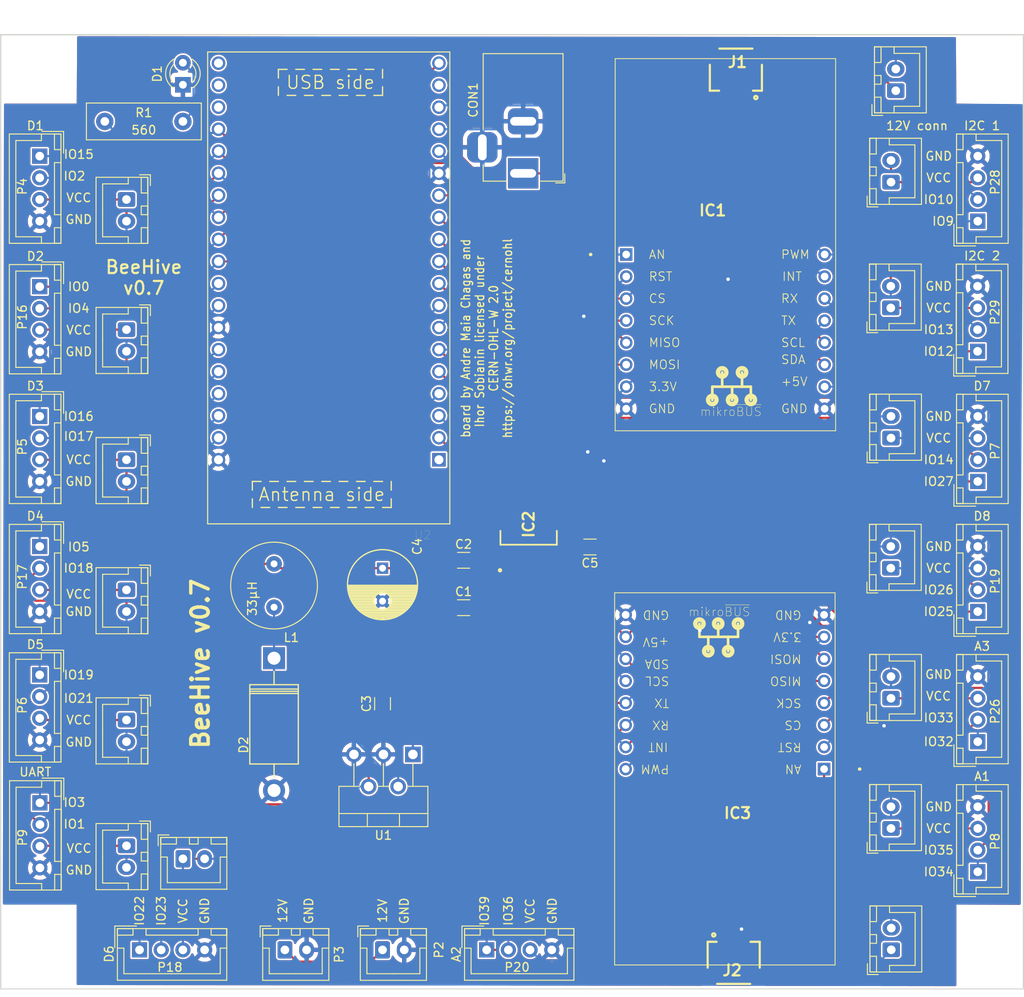
<source format=kicad_pcb>
(kicad_pcb (version 20221018) (generator pcbnew)
  (layers (0 "F.Cu" signal) (31 "B.Cu" signal) (34 "B.Paste" user) (35 "F.Paste" user) (36 "B.SilkS" user "B.Silkscreen") (37 "F.SilkS" user "F.Silkscreen") (38 "B.Mask" user) (39 "F.Mask" user) (44 "Edge.Cuts" user))
  (net 0 "")
  (net 1 "GND")
  (net 2 "Net-(P15-Pin_1)")
  (net 3 "Net-(P1-Pin_2)")
  (net 4 "Net-(P1-Pin_1)")
  (net 5 "Net-(D1-A)")
  (net 6 "D1-4")
  (net 7 "D1-3")
  (net 8 "+5V")
  (net 9 "D2-4")
  (net 10 "D2-3")
  (net 11 "D3-4")
  (net 12 "D3-3")
  (net 13 "D4-4")
  (net 14 "D4-3")
  (net 15 "D5-4")
  (net 16 "D5-3")
  (net 17 "D6-4")
  (net 18 "D6-3")
  (net 19 "D7-4")
  (net 20 "D7-3")
  (net 21 "D8-4")
  (net 22 "D8-3")
  (net 23 "A1-4")
  (net 24 "A1-3")
  (net 25 "A2-4")
  (net 26 "A2-3")
  (net 27 "A3-4")
  (net 28 "A3-3")
  (net 29 "I2C_1-4")
  (net 30 "I2C_1-3")
  (net 31 "I2C_2-4")
  (net 32 "I2C_2-3")
  (net 33 "RX")
  (net 34 "TX")
  (net 35 "Net-(D2-K)")
  (net 36 "Net-(P2-Pin_1)")
  (net 37 "Net-(P10-Pin_1)")
  (net 38 "Net-(P11-Pin_1)")
  (net 39 "Net-(P12-Pin_1)")
  (net 40 "Net-(P13-Pin_1)")
  (net 41 "Net-(P14-Pin_1)")
  (net 42 "Net-(P16-Pin_3)")
  (net 43 "Net-(P17-Pin_3)")
  (net 44 "Net-(P18-Pin_3)")
  (net 45 "Net-(P19-Pin_3)")
  (net 46 "Net-(P20-Pin_3)")
  (net 47 "Net-(P26-Pin_3)")
  (net 48 "EN")
  (net 49 "3.3V")
  (net 50 "Net-(P28-Pin_3)")
  (net 51 "Net-(P29-Pin_3)")
  (net 54 "I2C_1_4")
  (net 55 "I2C_1_3")
  (net 57 "+3.3V")
  (net 60 "I2C_2_3")
  (footprint "Connector_JST:JST_XH_B04B-XH-A_04x2.50mm_Straight" (layer "F.Cu") (at 91.9993 64.4701 -90)
    (fp_text reference "P4")
    (fp_text value "D1")
  )
  (footprint "Connector_JST:JST_XH_B04B-XH-A_04x2.50mm_Straight" (layer "F.Cu") (at 91.9993 79.5201 -90)
    (fp_text reference "P16")
    (fp_text value "D2")
  )
  (footprint "Connector_JST:JST_XH_B04B-XH-A_04x2.50mm_Straight" (layer "F.Cu") (at 91.9993 94.4701 -90)
    (fp_text reference "P5")
    (fp_text value "D3")
  )
  (footprint "Connector_JST:JST_XH_B04B-XH-A_04x2.50mm_Straight" (layer "F.Cu") (at 91.9993 109.4701 -90)
    (fp_text reference "P17")
    (fp_text value "D4")
  )
  (footprint "Connector_JST:JST_XH_B04B-XH-A_04x2.50mm_Straight" (layer "F.Cu") (at 91.9993 124.2701 -90)
    (fp_text reference "P6")
    (fp_text value "D5")
  )
  (footprint "Connector_JST:JST_XH_B04B-XH-A_04x2.50mm_Straight" (layer "F.Cu") (at 103.4993 155.9701)
    (fp_text reference "P18")
    (fp_text value "D6")
  )
  (footprint "Connector_JST:JST_XH_B04B-XH-A_04x2.50mm_Straight" (layer "F.Cu") (at 200.0833 101.9701 90)
    (fp_text reference "P7")
    (fp_text value "D7")
  )
  (footprint "Connector_JST:JST_XH_B04B-XH-A_04x2.50mm_Straight" (layer "F.Cu") (at 200.0833 116.9701 90)
    (fp_text reference "P19")
    (fp_text value "D8")
  )
  (footprint "Connector_JST:JST_XH_B04B-XH-A_04x2.50mm_Straight" (layer "F.Cu") (at 200.0833 146.9701 90)
    (fp_text reference "P8")
    (fp_text value "A1")
  )
  (footprint "Connector_JST:JST_XH_B04B-XH-A_04x2.50mm_Straight" (layer "F.Cu") (at 143.4993 155.9701)
    (fp_text reference "P20")
    (fp_text value "A2")
  )
  (footprint "Connector_JST:JST_XH_B04B-XH-A_04x2.50mm_Straight" (layer "F.Cu") (at 200.0833 131.9701 90)
    (fp_text reference "P26")
    (fp_text value "A3")
  )
  (footprint "Connector_JST:JST_XH_B04B-XH-A_04x2.50mm_Straight" (layer "F.Cu") (at 200.0833 71.9701 90)
    (fp_text reference "P28")
    (fp_text value "I2C 1")
  )
  (footprint "Connector_JST:JST_XH_B04B-XH-A_04x2.50mm_Straight" (layer "F.Cu") (at 200.0583 86.9701 90)
    (fp_text reference "P29")
    (fp_text value "I2C 2")
  )
  (footprint "Connector_JST:JST_XH_B04B-XH-A_04x2.50mm_Straight" (layer "F.Cu") (at 92.0243 139.0201 -90)
    (fp_text reference "P9")
    (fp_text value "UART")
  )
  (footprint "Connector_BarrelJack:BarrelJack_Horizontal" (layer "F.Cu") (at 147.6973 66.4561 -90)
    (fp_text reference "CON1")
    (fp_text value "BARREL_JACK")
  )
  (footprint "Inductor_THT:Neosid_Inductor_MA-Bs75" (layer "F.Cu") (at 118.9993 116.4701 90)
    (fp_text reference "L1")
    (fp_text value "33µH")
  )
  (footprint "Capacitor_SMD:C_1206_3216Metric_Pad1.33x1.80mm_HandSolder" (layer "F.Cu") (at 131.4993 127.5913 90)
    (fp_text reference "C3")
    (fp_text value "100uF")
  )
  (footprint "Capacitor_THT:C_Radial_D8_L13_P3.8" (layer "F.Cu") (at 131.4993 111.9701 -90)
    (fp_text reference "C4")
    (fp_text value "220µ" hide)
  )
  (footprint "Diode_THT:Diode_DO-201AD_Horizontal_RM15" (layer "F.Cu") (at 118.9963 122.3489 -90)
    (fp_text reference "D2")
    (fp_text value "Schottky 5A" hide)
  )
  (footprint "Connector_JST:JST_XH_B2B-XH-A_1x02_P2.50mm_Vertical" (layer "F.Cu") (at 131.4993 155.9701)
    (fp_text reference "P2")
    (fp_text value "Conn_01x02")
  )
  (footprint "Connector_JST:JST_XH_B2B-XH-A_1x02_P2.50mm_Vertical" (layer "F.Cu") (at 120.2493 155.9701)
    (fp_text reference "P3")
    (fp_text value "Conn_01x02")
  )
  (footprint "Package_TO_SOT_THT:TO-220-5_P3.4x3.7mm_StaggerOdd_Lead3.8mm_Vertical" (layer "F.Cu") (at 134.9993 133.4413 180)
    (fp_text reference "U1")
    (fp_text value "LM2596T-5")
  )
  (footprint "flyPi:MODULE_ESP32-DEVKITC-32D" (layer "F.Cu") (at 137.9993 99.4701 180)
    (fp_text reference "U2")
    (fp_text value "ESP32-DEVKITC-32D")
  )
  (footprint "LED_THT:LED_D3.0mm" (layer "F.Cu") (at 108.4993 56.2451 90)
    (fp_text reference "D1")
    (fp_text value "LED")
  )
  (footprint "Resistor_THT:R_Box_L13.0mm_W4.0mm_P9.00mm" (layer "F.Cu") (at 108.4993 60.4701 180)
    (fp_text reference "R1")
    (fp_text value "560")
  )
  (footprint "Capacitor_SMD:C_1206_3216Metric_Pad1.33x1.80mm_HandSolder" (layer "F.Cu") (at 155.3972 109.5248 180)
    (fp_text reference "C5")
    (fp_text value "10uF")
  )
  (footprint "Connector_JST:JST_XH_B2B-XH-A_1x02_P2.50mm_Vertical" (layer "F.Cu") (at 190.0583 111.9701 90)
    (fp_text reference "P24")
    (fp_text value "Conn_01x02")
  )
  (footprint "SamacSys_Parts:MIKROE1820" (layer "F.Cu") (at 182.372 135.128 180)
    (fp_text reference "IC3")
    (fp_text value "MIKROE-1820" hide)
  )
  (footprint "Connector_JST:JST_XH_B2B-XH-A_1x02_P2.50mm_Vertical" (layer "F.Cu") (at 101.9993 84.4701 -90)
    (fp_text reference "P21")
    (fp_text value "Conn_01x02")
  )
  (footprint "Connector_JST:JST_XH_B2B-XH-A_1x02_P2.50mm_Vertical" (layer "F.Cu") (at 101.9993 114.4701 -90)
    (fp_text reference "P22")
    (fp_text value "Conn_01x02")
  )
  (footprint "Connector_JST:JST_XH_B2B-XH-A_1x02_P2.50mm_Vertical" (layer "F.Cu") (at 190.0833 96.9701 90)
    (fp_text reference "P13")
    (fp_text value "Conn_01x02")
  )
  (footprint "Connector_JST:JST_XH_B2B-XH-A_1x02_P2.50mm_Vertical" (layer "F.Cu") (at 190.1153 155.9601 90)
    (fp_text reference "P25")
    (fp_text value "Conn_01x02")
  )
  (footprint "Connector_JST:JST_XH_B2B-XH-A_1x02_P2.50mm_Vertical" (layer "F.Cu") (at 190.0833 141.9701 90)
    (fp_text reference "P15")
    (fp_text value "Conn_01x02")
  )
  (footprint "SamacSys_Parts:MIKROE1820" (layer "F.Cu") (at 159.5763 75.8101)
    (fp_text reference "IC1")
    (fp_text value "MIKROE-1820" hide)
  )
  (footprint "Connector_JST:JST_XH_B2B-XH-A_1x02_P2.50mm_Vertical" (layer "F.Cu") (at 190.0583 81.9701 90)
    (fp_text reference "P31")
    (fp_text value "Conn_01x02")
  )
  (footprint "Connector_JST:JST_XH_B2B-XH-A_1x02_P2.50mm_Vertical" (layer "F.Cu") (at 101.9993 69.4701 -90)
    (fp_text reference "P10")
    (fp_text value "Conn_01x02")
  )
  (footprint "Connector_JST:JST_XH_B2B-XH-A_1x02_P2.50mm_Vertical" (layer "F.Cu") (at 190.0833 67.4701 90)
    (fp_text reference "P30")
    (fp_text value "Conn_01x02")
  )
  (footprint "SamacSys_Parts:SM04B-SRSS-TB_LFSN_" (layer "F.Cu") (at 175.212 52.0743 180)
    (fp_text reference "J1")
    (fp_text value "BM04B-SRSS-TB_LF__SN_" hide)
  )
  (footprint "Connector_JST:JST_XH_B2B-XH-A_1x02_P2.50mm_Vertical" (layer "F.Cu") (at 190.6354 56.9268 90)
    (fp_text reference "P1")
    (fp_text value "Conn_01x02")
  )
  (footprint "Capacitor_SMD:C_1206_3216Metric_Pad1.33x1.80mm_HandSolder" (layer "F.Cu") (at 140.8393 111.0621)
    (fp_text reference "C2")
    (fp_text value "10uF")
  )
  (footprint "Connector_JST:JST_XH_B2B-XH-A_1x02_P2.50mm_Vertical" (layer "F.Cu") (at 101.9993 99.4701 -90)
    (fp_text reference "P11")
    (fp_text value "Conn_01x02")
  )
  (footprint "Connector_JST:JST_XH_B2B-XH-A_1x02_P2.50mm_Vertical" (layer "F.Cu") (at 108.4993 145.4701)
    (fp_text reference "P23")
    (fp_text value "Conn_01x02")
  )
  (footprint "Connector_JST:JST_XH_B2B-XH-A_1x02_P2.50mm_Vertical" (layer "F.Cu") (at 190.0833 126.9701 90)
    (fp_text reference "P27")
    (fp_text value "Conn_01x02")
  )
  (footprint "Connector_JST:JST_XH_B2B-XH-A_1x02_P2.50mm_Vertical" (layer "F.Cu") (at 101.9993 143.9701 -90)
    (fp_text reference "P14")
    (fp_text value "Conn_01x02")
  )
  (footprint "SamacSys_Parts:TO229P990X238-4N" (layer "F.Cu") (at 148.3323 106.9121 90)
    (fp_text reference "IC2")
    (fp_text value "MC33269DT-3.3G" hide)
  )
  (footprint "Connector_JST:JST_XH_B2B-XH-A_1x02_P2.50mm_Vertical" (layer "F.Cu") (at 101.9993 129.4701 -90)
    (fp_text reference "P12")
    (fp_text value "Conn_01x02")
  )
  (footprint "SamacSys_Parts:SM04B-SRSS-TB_LFSN_" (layer "F.Cu") (at 168.958 159.8887)
    (fp_text reference "J2")
    (fp_text value "BM04B-SRSS-TB_LF__SN_" hide)
  )
  (footprint "Capacitor_SMD:C_1206_3216Metric_Pad1.33x1.80mm_HandSolder" (layer "F.Cu") (at 140.8393 116.5231)
    (fp_text reference "C1")
    (fp_text value "10uF")
  )
  (gr_line (start 119.4993 101.9701) (end 118.4993 101.9701) (stroke (width 0.15)) (layer "F.SilkS"))
  (gr_line (start 117.4993 101.9701) (end 116.4993 101.9701) (stroke (width 0.15)) (layer "F.SilkS"))
  (gr_line (start 121.4993 101.9701) (end 120.4993 101.9701) (stroke (width 0.15)) (layer "F.SilkS"))
  (gr_line (start 116.4993 101.9701) (end 116.4993 102.9701) (stroke (width 0.15)) (layer "F.SilkS"))
  (gr_line (start 116.4993 103.9701) (end 116.4993 104.9701) (stroke (width 0.15)) (layer "F.SilkS"))
  (gr_line (start 120.4993 104.9701) (end 119.4993 104.9701) (stroke (width 0.15)) (layer "F.SilkS"))
  (gr_line (start 118.4993 104.9701) (end 117.4993 104.9701) (stroke (width 0.15)) (layer "F.SilkS"))
  (gr_line (start 132.4993 104.9701) (end 131.4993 104.9701) (stroke (width 0.15)) (layer "F.SilkS"))
  (gr_line (start 130.4993 104.9701) (end 129.4993 104.9701) (stroke (width 0.15)) (layer "F.SilkS"))
  (gr_line (start 128.4993 104.9701) (end 127.4993 104.9701) (stroke (width 0.15)) (layer "F.SilkS"))
  (gr_line (start 126.4993 104.9701) (end 125.4993 104.9701) (stroke (width 0.15)) (layer "F.SilkS"))
  (gr_line (start 124.4993 104.9701) (end 123.4993 104.9701) (stroke (width 0.15)) (layer "F.SilkS"))
  (gr_line (start 122.4993 104.9701) (end 121.4993 104.9701) (stroke (width 0.15)) (layer "F.SilkS"))
  (gr_line (start 120.4993 54.4701) (end 119.4993 54.4701) (stroke (width 0.15)) (layer "F.SilkS"))
  (gr_line (start 119.4993 54.4701) (end 119.4993 55.4701) (stroke (width 0.15)) (layer "F.SilkS"))
  (gr_line (start 119.4993 56.4701) (end 119.4993 57.4701) (stroke (width 0.15)) (layer "F.SilkS"))
  (gr_line (start 121.4993 57.4701) (end 120.4993 57.4701) (stroke (width 0.15)) (layer "F.SilkS"))
  (gr_line (start 131.4993 57.4701) (end 130.4993 57.4701) (stroke (width 0.15)) (layer "F.SilkS"))
  (gr_line (start 129.4993 57.4701) (end 128.4993 57.4701) (stroke (width 0.15)) (layer "F.SilkS"))
  (gr_line (start 127.4993 57.4701) (end 126.4993 57.4701) (stroke (width 0.15)) (layer "F.SilkS"))
  (gr_line (start 125.4993 57.4701) (end 124.4993 57.4701) (stroke (width 0.15)) (layer "F.SilkS"))
  (gr_line (start 123.4993 57.4701) (end 122.4993 57.4701) (stroke (width 0.15)) (layer "F.SilkS"))
  (gr_line (start 131.4993 54.4701) (end 131.4993 55.4701) (stroke (width 0.15)) (layer "F.SilkS"))
  (gr_line (start 131.4993 56.4701) (end 131.4993 57.4701) (stroke (width 0.15)) (layer "F.SilkS"))
  (gr_line (start 130.4993 54.4701) (end 129.4993 54.4701) (stroke (width 0.15)) (layer "F.SilkS"))
  (gr_line (start 128.4993 54.4701) (end 127.4993 54.4701) (stroke (width 0.15)) (layer "F.SilkS"))
  (gr_line (start 126.4993 54.4701) (end 125.4993 54.4701) (stroke (width 0.15)) (layer "F.SilkS"))
  (gr_line (start 124.4993 54.4701) (end 123.4993 54.4701) (stroke (width 0.15)) (layer "F.SilkS"))
  (gr_line (start 122.4993 54.4701) (end 121.4993 54.4701) (stroke (width 0.15)) (layer "F.SilkS"))
  (gr_line (start 125.4993 101.9701) (end 124.4993 101.9701) (stroke (width 0.15)) (layer "F.SilkS"))
  (gr_line (start 132.4993 101.9701) (end 132.4993 102.9701) (stroke (width 0.15)) (layer "F.SilkS"))
  (gr_line (start 123.4993 101.9701) (end 122.4993 101.9701) (stroke (width 0.15)) (layer "F.SilkS"))
  (gr_line (start 131.4993 101.9701) (end 130.4993 101.9701) (stroke (width 0.15)) (layer "F.SilkS"))
  (gr_line (start 127.4993 101.9701) (end 126.4993 101.9701) (stroke (width 0.15)) (layer "F.SilkS"))
  (gr_line (start 132.4993 103.9701) (end 132.4993 104.9701) (stroke (width 0.15)) (layer "F.SilkS"))
  (gr_line (start 129.4993 101.9701) (end 128.4993 101.9701) (stroke (width 0.15)) (layer "F.SilkS"))
  (gr_line (start 197.612 50.4701) (end 199.898 50.4701) (stroke (width 0.15)) (layer "Edge.Cuts"))
  (gr_line (start 205.3453 160.4701) (end 87.4993 160.4701) (stroke (width 0.1)) (layer "Edge.Cuts"))
  (gr_line (start 87.4993 50.4701) (end 87.4993 160.4701) (stroke (width 0.15)) (layer "Edge.Cuts"))
  (gr_line (start 199.898 50.4701) (end 205.3453 50.4701) (stroke (width 0.15)) (layer "Edge.Cuts"))
  (gr_line (start 87.4993 50.4701) (end 92.964 50.4701) (stroke (width 0.15)) (layer "Edge.Cuts"))
  (gr_line (start 205.3453 50.4701) (end 205.3453 160.4701) (stroke (width 0.15)) (layer "Edge.Cuts"))
  (gr_line (start 92.964 50.4701) (end 197.612 50.4701) (stroke (width 0.15)) (layer "Edge.Cuts"))
  (gr_text "VCC" (at 96.4993 69.2701) (layer "F.SilkS") (effects (font (size 1 1))))
  (gr_text "IO15" (at 96.4993 64.2701) (layer "F.SilkS") (effects (font (size 1 1))))
  (gr_text "IO2" (at 95.9993 66.7701) (layer "F.SilkS") (effects (font (size 1 1))))
  (gr_text "VCC" (at 96.4993 84.5201) (layer "F.SilkS") (effects (font (size 1 1))))
  (gr_text "GND" (at 96.4993 87.0201) (layer "F.SilkS") (effects (font (size 1 1))))
  (gr_text "IO4" (at 96.4993 82.0201) (layer "F.SilkS") (effects (font (size 1 1))))
  (gr_text "IO0" (at 96.4993 79.5201) (layer "F.SilkS") (effects (font (size 1 1))))
  (gr_text "IO23" (at 105.9993 151.4701 90) (layer "F.SilkS") (effects (font (size 1 1))))
  (gr_text "IO22" (at 103.4993 151.4701 90) (layer "F.SilkS") (effects (font (size 1 1))))
  (gr_text "IO21" (at 96.4993 126.9701) (layer "F.SilkS") (effects (font (size 1 1))))
  (gr_text "IO19" (at 96.4993 124.2701) (layer "F.SilkS") (effects (font (size 1 1))))
  (gr_text "IO25" (at 195.5833 116.9701) (layer "F.SilkS") (effects (font (size 1 1))))
  (gr_text "IO26" (at 195.5833 114.4701) (layer "F.SilkS") (effects (font (size 1 1))))
  (gr_text "IO27" (at 195.5833 101.9701) (layer "F.SilkS") (effects (font (size 1 1))))
  (gr_text "IO14" (at 195.5833 99.4701) (layer "F.SilkS") (effects (font (size 1 1))))
  (gr_text "IO34" (at 195.5833 146.9701) (layer "F.SilkS") (effects (font (size 1 1))))
  (gr_text "IO35" (at 195.5833 144.4701) (layer "F.SilkS") (effects (font (size 1 1))))
  (gr_text "GND" (at 195.5833 139.4701) (layer "F.SilkS") (effects (font (size 1 1))))
  (gr_text "VCC" (at 195.5833 141.9701) (layer "F.SilkS") (effects (font (size 1 1))))
  (gr_text "IO33" (at 195.5833 129.2201) (layer "F.SilkS") (effects (font (size 1 1))))
  (gr_text "IO32" (at 195.5833 131.9701) (layer "F.SilkS") (effects (font (size 1 1))))
  (gr_text "VCC" (at 195.5583 126.7201) (layer "F.SilkS") (effects (font (size 1 1))))
  (gr_text "GND" (at 195.5833 64.4701) (layer "F.SilkS") (effects (font (size 1 1))))
  (gr_text "VCC" (at 195.5833 66.9701) (layer "F.SilkS") (effects (font (size 1 1))))
  (gr_text "IO10" (at 195.5833 69.4701) (layer "F.SilkS") (effects (font (size 1 1))))
  (gr_text "IO9" (at 196.0833 71.9701) (layer "F.SilkS") (effects (font (size 1 1))))
  (gr_text "GND" (at 122.9993 151.4701 90) (layer "F.SilkS") (effects (font (size 1 1))))
  (gr_text "IO3" (at 95.9993 138.9701) (layer "F.SilkS") (effects (font (size 1 1))))
  (gr_text "12V" (at 119.9993 151.4701 90) (layer "F.SilkS") (effects (font (size 1 1))))
  (gr_text "IO1" (at 95.9993 141.4701) (layer "F.SilkS") (effects (font (size 1 1))))
  (gr_text "VCC" (at 195.5833 96.9701) (layer "F.SilkS") (effects (font (size 1 1))))
  (gr_text "GND" (at 195.5833 109.4701) (layer "F.SilkS") (effects (font (size 1 1))))
  (gr_text "VCC" (at 195.5833 111.9701) (layer "F.SilkS") (effects (font (size 1 1))))
  (gr_text "GND" (at 195.5833 94.4701) (layer "F.SilkS") (effects (font (size 1 1))))
  (gr_text "VCC" (at 96.5243 144.2701) (layer "F.SilkS") (effects (font (size 1 1))))
  (gr_text "GND" (at 96.5243 146.7701) (layer "F.SilkS") (effects (font (size 1 1))))
  (gr_text "USB side" (at 125.4993 55.9701) (layer "F.SilkS") (effects (font (size 1.5 1.5))))
  (gr_text "GND" (at 133.9993 151.4701 90) (layer "F.SilkS") (effects (font (size 1 1))))
  (gr_text "12V" (at 131.4993 151.4701 90) (layer "F.SilkS") (effects (font (size 1 1))))
  (gr_text "BeeHive\nv0.7" (at 103.9993 78.4701) (layer "F.SilkS") (effects (font (size 1.5 1.5) (thickness 0.25))))
  (gr_text "board by Andre Maia Chagas and\nIhor Sobianin licensed under \nCERN-OHL-W 2.0\nhttps://ohwr.org/project/cernohl" (at 143.4993 85.4701 90) (layer "F.SilkS") (effects (font (size 1 0.9))))
  (gr_text "GND" (at 195.5583 124.2201) (layer "F.SilkS") (effects (font (size 1 1))))
  (gr_text "12V conn" (at 193.0833 60.9701) (layer "F.SilkS") (effects (font (size 1 1))))
  (gr_text "GND" (at 195.5833 79.4701) (layer "F.SilkS") (effects (font (size 1 1))))
  (gr_text "IO12" (at 195.5833 86.9701) (layer "F.SilkS") (effects (font (size 1 1))))
  (gr_text "BeeHive v0.7" (at 110.4993 122.9701 90) (layer "F.SilkS") (effects (font (size 2 2) (thickness 0.4))))
  (gr_text "IO18" (at 96.4893 111.9701) (layer "F.SilkS") (effects (font (size 1 1))))
  (gr_text "GND" (at 96.4993 132.0201) (layer "F.SilkS") (effects (font (size 1 1))))
  (gr_text "GND" (at 96.4993 71.7701) (layer "F.SilkS") (effects (font (size 1 1))))
  (gr_text "Antenna side" (at 124.4993 103.4701) (layer "F.SilkS") (effects (font (size 1.5 1.5))))
  (gr_text "VCC" (at 96.4993 99.4701) (layer "F.SilkS") (effects (font (size 1 1))))
  (gr_text "GND" (at 151.0493 151.4701 90) (layer "F.SilkS") (effects (font (size 1 1))))
  (gr_text "GND" (at 96.4993 116.9701) (layer "F.SilkS") (effects (font (size 1 1))))
  (gr_text "GND" (at 96.4993 101.9701) (layer "F.SilkS") (effects (font (size 1 1))))
  (gr_text "VCC" (at 96.4993 129.4701) (layer "F.SilkS") (effects (font (size 1 1))))
  (gr_text "IO17" (at 96.4993 96.7701) (layer "F.SilkS") (effects (font (size 1 1))))
  (gr_text "IO16" (at 96.4993 94.4701) (layer "F.SilkS") (effects (font (size 1 1))))
  (gr_text "IO36" (at 145.9993 151.4701 90) (layer "F.SilkS") (effects (font (size 1 1))))
  (gr_text "GND" (at 110.9993 151.4701 90) (layer "F.SilkS") (effects (font (size 1 1))))
  (gr_text "VCC" (at 108.4993 151.4701 90) (layer "F.SilkS") (effects (font (size 1 1))))
  (gr_text "VCC" (at 195.5833 81.9701) (layer "F.SilkS") (effects (font (size 1 1))))
  (gr_text "IO5" (at 96.4993 109.5201) (layer "F.SilkS") (effects (font (size 1 1))))
  (gr_text "VCC" (at 96.4993 114.9701) (layer "F.SilkS") (effects (font (size 1 1))))
  (gr_text "IO39" (at 143.2493 151.4701 90) (layer "F.SilkS") (effects (font (size 1 1))))
  (gr_text "VCC" (at 148.4993 151.4701 90) (layer "F.SilkS") (effects (font (size 1 1))))
  (gr_text "IO13" (at 195.5833 84.4701) (layer "F.SilkS") (effects (font (size 1 1))))
  (segment (start 190.0833 141.9701) (end 200.0833 141.9701) (width 0.25) (layer "F.Cu") (net 2))
  (segment (start 101.8284 62.7992) (end 99.4993 60.4701) (width 0.25) (layer "B.Cu") (net 3))
  (segment (start 111.4904 66.9065) (end 111.4904 65.9364) (width 0.25) (layer "B.Cu") (net 3))
  (segment (start 134.9993 133.4413) (end 134.9993 89.8247) (width 0.25) (layer "B.Cu") (net 3))
  (segment (start 111.4904 65.9364) (end 112.2467 65.1801) (width 0.25) (layer "B.Cu") (net 3))
  (segment (start 124.5562 52.6301) (end 113.732 63.4543) (width 0.25) (layer "B.Cu") (net 3))
  (segment (start 112.2467 65.1801) (end 112.8966 65.1801) (width 0.25) (layer "B.Cu") (net 3))
  (segment (start 113.732 64.3447) (end 113.732 63.4543) (width 0.25) (layer "B.Cu") (net 3))
  (segment (start 113.0578 67.8832) (end 112.4671 67.8832) (width 0.25) (layer "B.Cu") (net 3))
  (segment (start 113.0769 62.7992) (end 101.8284 62.7992) (width 0.25) (layer "B.Cu") (net 3))
  (segment (start 190.6354 54.4268) (end 190.6354 53.2499) (width 0.25) (layer "B.Cu") (net 3))
  (segment (start 113.732 63.4543) (end 113.0769 62.7992) (width 0.25) (layer "B.Cu") (net 3))
  (segment (start 134.9993 89.8247) (end 113.0578 67.8832) (width 0.25) (layer "B.Cu") (net 3))
  (segment (start 112.8966 65.1801) (end 113.732 64.3447) (width 0.25) (layer "B.Cu") (net 3))
  (segment (start 190.0156 52.6301) (end 124.5562 52.6301) (width 0.25) (layer "B.Cu") (net 3))
  (segment (start 190.6354 53.2499) (end 190.0156 52.6301) (width 0.25) (layer "B.Cu") (net 3))
  (segment (start 112.4671 67.8832) (end 111.4904 66.9065) (width 0.25) (layer "B.Cu") (net 3))
  (segment (start 190.6354 56.9268) (end 189.3283 55.6197) (width 0.25) (layer "F.Cu") (net 4))
  (segment (start 160.6106 55.6197) (end 149.7742 66.4561) (width 0.25) (layer "F.Cu") (net 4))
  (segment (start 189.3283 55.6197) (end 160.6106 55.6197) (width 0.25) (layer "F.Cu") (net 4))
  (segment (start 147.6973 66.4561) (end 149.7742 66.4561) (width 0.25) (layer "F.Cu") (net 4))
  (segment (start 108.4993 60.4701) (end 109.7317 59.2377) (width 0.25) (layer "B.Cu") (net 5))
  (segment (start 109.7317 59.2377) (end 109.7317 54.9375) (width 0.25) (layer "B.Cu") (net 5))
  (segment (start 109.7317 54.9375) (end 108.4993 53.7051) (width 0.25) (layer "B.Cu") (net 5))
  (segment (start 139.7611 65.2625) (end 113.9517 65.2625) (width 0.25) (layer "F.Cu") (net 6))
  (segment (start 157.9287 83.4301) (end 139.7611 65.2625) (width 0.25) (layer "F.Cu") (net 6))
  (segment (start 113.9517 65.2625) (end 112.5993 63.9101) (width 0.25) (layer "F.Cu") (net 6))
  (segment (start 159.5763 83.4301) (end 157.9287 83.4301) (width 0.25) (layer "F.Cu") (net 6))
  (segment (start 109.5393 66.9701) (end 91.9993 66.9701) (width 0.25) (layer "B.Cu") (net 6))
  (segment (start 112.5993 63.9101) (end 109.5393 66.9701) (width 0.25) (layer "B.Cu") (net 6))
  (segment (start 113.8693 62.6401) (end 112.5993 61.3701) (width 0.25) (layer "F.Cu") (net 7))
  (segment (start 156.9633 80.8901) (end 138.7133 62.6401) (width 0.25) (layer "F.Cu") (net 7))
  (segment (start 159.5763 80.8901) (end 156.9633 80.8901) (width 0.25) (layer "F.Cu") (net 7))
  (segment (start 138.7133 62.6401) (end 113.8693 62.6401) (width 0.25) (layer "F.Cu") (net 7))
  (segment (start 103.9072 61.797) (end 101.2321 59.1219) (width 0.25) (layer "B.Cu") (net 7))
  (segment (start 91.9993 64.4701) (end 93.2012 64.4701) (width 0.25) (layer "B.Cu") (net 7))
  (segment (start 159.5763 80.8901) (end 162.5615 77.9049) (width 0.25) (layer "B.Cu") (net 7))
  (segment (start 98.5494 59.1219) (end 93.2012 64.4701) (width 0.25) (layer "B.Cu") (net 7))
  (segment (start 101.2321 59.1219) (end 98.5494 59.1219) (width 0.25) (layer "B.Cu") (net 7))
  (segment (start 162.5615 77.9049) (end 181.9911 77.9049) (width 0.25) (layer "B.Cu") (net 7))
  (segment (start 112.1724 61.797) (end 103.9072 61.797) (width 0.25) (layer "B.Cu") (net 7))
  (segment (start 181.9911 77.9049) (end 182.4363 78.3501) (width 0.25) (layer "B.Cu") (net 7))
  (segment (start 112.5993 61.3701) (end 112.1724 61.797) (width 0.25) (layer "B.Cu") (net 7))
  (segment (start 159.512 119.888) (end 152.438 112.814) (width 0.25) (layer "F.Cu") (net 8))
  (segment (start 129.8993 130.7538) (end 131.4993 129.1538) (width 0.25) (layer "F.Cu") (net 8))
  (segment (start 188.7081 66.6149) (end 189.176 66.147) (width 0.25) (layer "F.Cu") (net 8))
  (segment (start 119.4993 111.9701) (end 118.9993 111.4701) (width 0.25) (layer "F.Cu") (net 8))
  (segment (start 109.8224 144.5628) (end 109.8224 145.4701) (width 0.25) (layer "F.Cu") (net 8))
  (segment (start 101.9993 71.9701) (end 101.9993 70.7932) (width 0.25) (layer "F.Cu") (net 8))
  (segment (start 139.2768 111.0621) (end 133.3842 111.0621) (width 0.25) (layer "F.Cu") (net 8))
  (segment (start 110.9993 145.4701) (end 109.8224 145.4701) (width 0.25) (layer "F.Cu") (net 8))
  (segment (start 101.9993 146.4701) (end 101.9993 145.2932) (width 0.25) (layer "F.Cu") (net 8))
  (segment (start 131.4993 111.9701) (end 119.4993 111.9701) (width 0.25) (layer "F.Cu") (net 8))
  (segment (start 101.9993 86.9701) (end 101.9993 88.147) (width 0.25) (layer "F.Cu") (net 8))
  (segment (start 129.8993 137.1413) (end 129.8993 130.7538) (width 0.25) (layer "F.Cu") (net 8))
  (segment (start 190.0583 79.4701) (end 190.0583 78.2932) (width 0.25) (layer "F.Cu") (net 8))
  (segment (start 160.2454 119.1546) (end 159.512 119.888) (width 0.25) (layer "F.Cu") (net 8))
  (segment (start 101.9993 101.9701) (end 101.9993 103.147) (width 0.25) (layer "F.Cu") (net 8))
  (segment (start 104.3274 144.142) (end 109.4016 144.142) (width 0.25) (layer "F.Cu") (net 8))
  (segment (start 103.1762 145.2932) (end 104.3274 144.142) (width 0.25) (layer "F.Cu") (net 8))
  (segment (start 101.9993 101.9701) (end 101.9993 100.7932) (width 0.25) (layer "F.Cu") (net 8))
  (segment (start 139.2768 112.814) (end 150.6223 112.814) (width 0.25) (layer "F.Cu") (net 8))
  (segment (start 131.6493 60.1001) (end 137.9993 53.7501) (width 0.25) (layer "F.Cu") (net 8))
  (segment (start 189.176 66.147) (end 190.0833 66.147) (width 0.25) (layer "F.Cu") (net 8))
  (segment (start 101.9993 106.9793) (end 101.9993 103.147) (width 0.25) (layer "F.Cu") (net 8))
  (segment (start 133.3842 111.0621) (end 132.4762 111.9701) (width 0.25) (layer "F.Cu") (net 8))
  (segment (start 109.4016 144.142) (end 109.8224 144.5628) (width 0.25) (layer "F.Cu") (net 8))
  (segment (start 103.3281 89.4758) (end 103.3281 100.3717) (width 0.25) (layer "F.Cu") (net 8))
  (segment (start 101.9993 88.147) (end 103.3281 89.4758) (width 0.25) (layer "F.Cu") (net 8))
  (segment (start 152.438 112.814) (end 150.6223 112.814) (width 0.25) (layer "F.Cu") (net 8))
  (segment (start 168.0648 119.1546) (end 160.2454 119.1546) (width 0.25) (layer "F.Cu") (net 8))
  (segment (start 101.9993 70.7932) (end 102.882 70.7932) (width 0.25) (layer "F.Cu") (net 8))
  (segment (start 111.0817 62.5935) (end 111.0817 61.2991) (width 0.25) (layer "F.Cu") (net 8))
  (segment (start 139.2768 112.814) (end 139.2768 116.5231) (width 0.25) (layer "F.Cu") (net 8))
  (segment (start 102.9066 115.7932) (end 101.9993 115.7932) (width 0.25) (layer "F.Cu") (net 8))
  (segment (start 118.9993 111.4701) (end 106.4901 111.4701) (width 0.25) (layer "F.Cu") (net 8))
  (segment (start 101.9993 145.2932) (end 103.1762 145.2932) (width 0.25) (layer "F.Cu") (net 8))
  (segment (start 112.2807 60.1001) (end 131.6493 60.1001) (width 0.25) (layer "F.Cu") (net 8))
  (segment (start 131.4993 111.9701) (end 132.4762 111.9701) (width 0.25) (layer "F.Cu") (net 8))
  (segment (start 188.7081 76.943) (end 188.7081 66.6149) (width 0.25) (layer "F.Cu") (net 8))
  (segment (start 101.9993 116.9701) (end 101.9993 115.7932) (width 0.25) (layer "F.Cu") (net 8))
  (segment (start 106.4901 112.2097) (end 102.9066 115.7932) (width 0.25) (layer "F.Cu") (net 8))
  (segment (start 111.0817 61.2991) (end 112.2807 60.1001) (width 0.25) (layer "F.Cu") (net 8))
  (segment (start 106.4901 111.4701) (end 106.4901 112.2097) (width 0.25) (layer "F.Cu") (net 8))
  (segment (start 102.882 70.7932) (end 111.0817 62.5935) (width 0.25) (layer "F.Cu") (net 8))
  (segment (start 103.3281 100.3717) (end 102.9066 100.7932) (width 0.25) (layer "F.Cu") (net 8))
  (segment (start 150.6223 111.0621) (end 150.6223 112.814) (width 0.25) (layer "F.Cu") (net 8))
  (segment (start 139.2768 111.0621) (end 139.2768 112.814) (width 0.25) (layer "F.Cu") (net 8))
  (segment (start 106.4901 111.4701) (end 101.9993 106.9793) (width 0.25) (layer "F.Cu") (net 8))
  (segment (start 190.0833 64.9701) (end 190.0833 66.147) (width 0.25) (layer "F.Cu") (net 8))
  (segment (start 190.0583 78.2932) (end 188.7081 76.943) (width 0.25) (layer "F.Cu") (net 8))
  (segment (start 102.9066 100.7932) (end 101.9993 100.7932) (width 0.25) (layer "F.Cu") (net 8))
  (via (at 168.0648 119.1546) (size 0.8) (drill 0.4) (layers "F.Cu" "B.Cu") (net 8))
  (segment (start 183.0448 116.2547) (end 188.7314 110.5681) (width 0.25) (layer "B.Cu") (net 8))
  (segment (start 110.9993 145.4701) (end 120.3436 145.4701) (width 0.25) (layer "B.Cu") (net 8))
  (segment (start 101.9993 131.9701) (end 101.9993 133.147) (width 0.25) (layer "B.Cu") (net 8))
  (segment (start 103.331 74.4787) (end 101.9993 73.147) (width 0.25) (layer "B.Cu") (net 8))
  (segment (start 101.9993 71.9701) (end 101.9993 73.147) (width 0.25) (layer "B.Cu") (net 8))
  (segment (start 101.1166 145.2932) (end 100.6438 144.8204) (width 0.25) (layer "B.Cu") (net 8))
  (segment (start 190.0833 139.4701) (end 190.0833 140.647) (width 0.25) (layer "B.Cu") (net 8))
  (segment (start 120.3436 145.4701) (end 128.6724 137.1413) (width 0.25) (layer "B.Cu") (net 8))
  (segment (start 190.0833 139.4701) (end 190.0833 138.2932) (width 0.25) (layer "B.Cu") (net 8))
  (segment (start 101.9993 116.9701) (end 101.9993 118.147) (width 0.25) (layer "B.Cu") (net 8))
  (segment (start 188.7564 94.4701) (end 186.0233 91.737) (width 0.25) (layer "B.Cu") (net 8))
  (segment (start 190.1153 153.4601) (end 190.1153 152.2832) (width 0.25) (layer "B.Cu") (net 8))
  (segment (start 190.0833 125.647) (end 189.2006 125.647) (width 0.25) (layer "B.Cu") (net 8))
  (segment (start 190.0833 124.4701) (end 190.0833 125.647) (width 0.25) (layer "B.Cu") (net 8))
  (segment (start 188.7185 94.508) (end 188.7564 94.4701) (width 0.25) (layer "B.Cu") (net 8))
  (segment (start 168.0648 119.1546) (end 170.9647 116.2547) (width 0.25) (layer "B.Cu") (net 8))
  (segment (start 101.9993 145.2932) (end 101.1166 145.2932) (width 0.25) (layer "B.Cu") (net 8))
  (segment (start 191.4533 141.1343) (end 191.4533 150.9452) (width 0.25) (layer "B.Cu") (net 8))
  (segment (start 101.9993 85.7932) (end 102.882 85.7932) (width 0.25) (layer "B.Cu") (net 8))
  (segment (start 186.0233 91.737) (end 186.0233 91.0501) (width 0.25) (layer "B.Cu") (net 8))
  (segment (start 189.2006 125.647) (end 188.5561 126.2915) (width 0.25) (layer "B.Cu") (net 8))
  (segment (start 100.6438 144.8204) (end 100.6438 134.5025) (width 0.25) (layer "B.Cu") (net 8))
  (segment (start 101.9993 131.9701) (end 101.9993 130.7932) (width 0.25) (layer "B.Cu") (net 8))
  (segment (start 186.0233 91.0501) (end 186.0233 83.7747) (width 0.25) (layer "B.Cu") (net 8))
  (segment (start 189.151 80.647) (end 190.0583 80.647) (width 0.25) (layer "B.Cu") (net 8))
  (segment (start 100.6651 119.4812) (end 100.6651 130.3417) (width 0.25) (layer "B.Cu") (net 8))
  (segment (start 188.5561 136.766) (end 190.0833 138.2932) (width 0.25) (layer "B.Cu") (net 8))
  (segment (start 188.7314 110.5681) (end 188.7314 109.4701) (width 0.25) (layer "B.Cu") (net 8))
  (segment (start 102.882 85.7932) (end 103.331 85.3442) (width 0.25) (layer "B.Cu") (net 8))
  (segment (start 183.0448 116.2547) (end 190.0833 123.2932) (width 0.25) (layer "B.Cu") (net 8))
  (segment (start 186.0233 83.7747) (end 189.151 80.647) (width 0.25) (layer "B.Cu") (net 8))
  (segment (start 101.9993 146.4701) (end 101.9993 145.2932) (width 0.25) (layer "B.Cu") (net 8))
  (segment (start 103.331 85.3442) (end 103.331 74.4787) (width 0.25) (layer "B.Cu") (net 8))
  (segment (start 190.0583 108.2932) (end 188.7185 106.9534) (width 0.25) (layer "B.Cu") (net 8))
  (segment (start 100.6651 130.3417) (end 101.1166 130.7932) (width 0.25) (layer "B.Cu") (net 8))
  (segment (start 190.0583 109.4701) (end 188.7314 109.4701) (width 0.25) (layer "B.Cu") (net 8))
  (segment (start 190.0833 94.4701) (end 188.7564 94.4701) (width 0.25) (layer "B.Cu") (net 8))
  (segment (start 191.4533 150.9452) (end 190.1153 152.2832) (width 0.25) (layer "B.Cu") (net 8))
  (segment (start 190.0833 140.647) (end 190.966 140.647) (width 0.25) (layer "B.Cu") (net 8))
  (segment (start 186.0233 91.0501) (end 182.4363 91.0501) (width 0.25) (layer "B.Cu") (net 8))
  (segment (start 190.0583 79.4701) (end 190.0583 80.647) (width 0.25) (layer "B.Cu") (net 8))
  (segment (start 101.9993 86.9701) (end 101.9993 85.7932) (width 0.25) (layer "B.Cu") (net 8))
  (segment (start 101.1166 130.7932) (end 101.9993 130.7932) (width 0.25) (layer "B.Cu") (net 8))
  (segment (start 101.9993 118.147) (end 100.6651 119.4812) (width 0.25) (layer "B.Cu") (net 8))
  (segment (start 190.0583 109.4701) (end 190.0583 108.2932) (width 0.25) (layer "B.Cu") (net 8))
  (segment (start 100.6438 134.5025) (end 101.9993 133.147) (width 0.25) (layer "B.Cu") (net 8))
  (segment (start 188.5561 126.2915) (end 188.5561 136.766) (width 0.25) (layer "B.Cu") (net 8))
  (segment (start 188.7185 106.9534) (end 188.7185 94.508) (width 0.25) (layer "B.Cu") (net 8))
  (segment (start 170.9647 116.2547) (end 183.0448 116.2547) (width 0.25) (layer "B.Cu") (net 8))
  (segment (start 190.966 140.647) (end 191.4533 141.1343) (width 0.25) (layer "B.Cu") (net 8))
  (segment (start 129.8993 137.1413) (end 128.6724 137.1413) (width 0.25) (layer "B.Cu") (net 8))
  (segment (start 190.0833 124.4701) (end 190.0833 123.2932) (width 0.25) (layer "B.Cu") (net 8))
  (segment (start 105.5713 82.0201) (end 91.9993 82.0201) (width 0.25) (layer "F.Cu") (net 9))
  (segment (start 112.5993 68.9901) (end 110.9925 70.5969) (width 0.25) (layer "F.Cu") (net 9))
  (segment (start 182.372 122.428) (end 172.3229 112.3789) (width 0.25) (layer "F.Cu") (net 9))
  (segment (start 145.3205 108.8583) (end 114.3468 77.8846) (width 0.25) (layer "F.Cu") (net 9))
  (segment (start 110.9925 76.5989) (end 105.5713 82.0201) (width 0.25) (layer "F.Cu") (net 9))
  (segment (start 114.3468 77.8846) (end 112.2782 77.8846) (width 0.25) (layer "F.Cu") (net 9))
  (segment (start 154.7626 112.3789) (end 151.242 108.8583) (width 0.25) (layer "F.Cu") (net 9))
  (segment (start 172.3229 112.3789) (end 154.7626 112.3789) (width 0.25) (layer "F.Cu") (net 9))
  (segment (start 110.9925 70.5969) (end 110.9925 76.5989) (width 0.25) (layer "F.Cu") (net 9))
  (segment (start 112.2782 77.8846) (end 110.9925 76.5989) (width 0.25) (layer "F.Cu") (net 9))
  (segment (start 151.242 108.8583) (end 145.3205 108.8583) (width 0.25) (layer "F.Cu") (net 9))
  (segment (start 99.5293 79.5201) (end 91.9993 79.5201) (width 0.25) (layer "F.Cu") (net 10))
  (segment (start 112.5993 66.4501) (end 99.5293 79.5201) (width 0.25) (layer "F.Cu") (net 10))
  (segment (start 167.132 124.968) (end 159.512 132.588) (width 0.25) (layer "F.Cu") (net 10))
  (segment (start 182.372 124.968) (end 167.132 124.968) (width 0.25) (layer "F.Cu") (net 10))
  (segment (start 147.8148 120.8908) (end 147.8148 100.0909) (width 0.25) (layer "B.Cu") (net 10))
  (segment (start 159.512 132.588) (end 147.8148 120.8908) (width 0.25) (layer "B.Cu") (net 10))
  (segment (start 136.7293 90.5801) (end 112.5993 66.4501) (width 0.25) (layer "B.Cu") (net 10))
  (segment (start 138.304 90.5801) (end 136.7293 90.5801) (width 0.25) (layer "B.Cu") (net 10))
  (segment (start 147.8148 100.0909) (end 138.304 90.5801) (width 0.25) (layer "B.Cu") (net 10))
  (segment (start 158.3134 88.5101) (end 140.2191 70.4158) (width 0.25) (layer "F.Cu") (net 11))
  (segment (start 116.2536 70.4158) (end 112.5993 74.0701) (width 0.25) (layer "F.Cu") (net 11))
  (segment (start 159.5763 88.5101) (end 158.3134 88.5101) (width 0.25) (layer "F.Cu") (net 11))
  (segment (start 140.2191 70.4158) (end 116.2536 70.4158) (width 0.25) (layer "F.Cu") (net 11))
  (segment (start 104.1191 86.7046) (end 93.8536 96.9701) (width 0.25) (layer "B.Cu") (net 11))
  (segment (start 112.5993 74.0701) (end 104.1191 82.5503) (width 0.25) (layer "B.Cu") (net 11))
  (segment (start 104.1191 82.5503) (end 104.1191 86.7046) (width 0.25) (layer "B.Cu") (net 11))
  (segment (start 93.8536 96.9701) (end 91.9993 96.9701) (width 0.25) (layer "B.Cu") (net 11))
  (segment (start 116.2699 67.8595) (end 112.5993 71.5301) (width 0.25) (layer "F.Cu") (net 12))
  (segment (start 141.4657 67.8595) (end 116.2699 67.8595) (width 0.25) (layer "F.Cu") (net 12))
  (segment (start 159.5763 85.9701) (end 141.4657 67.8595) (width 0.25) (layer "F.Cu") (net 12))
  (segment (start 93.2012 92.0663) (end 91.9993 93.2682) (width 0.25) (layer "B.Cu") (net 12))
  (segment (start 91.9993 94.4701) (end 91.9993 93.2682) (width 0.25) (layer "B.Cu") (net 12))
  (segment (start 101.3668 70.7771) (end 93.2012 78.9427) (width 0.25) (layer "B.Cu") (net 12))
  (segment (start 112.5993 71.5301) (end 111.8463 70.7771) (width 0.25) (layer "B.Cu") (net 12))
  (segment (start 93.2012 78.9427) (end 93.2012 92.0663) (width 0.25) (layer "B.Cu") (net 12))
  (segment (start 111.8463 70.7771) (end 101.3668 70.7771) (width 0.25) (layer "B.Cu") (net 12))
  (segment (start 171.7287 123.7945) (end 182.7492 123.7945) (width 0.25) (layer "F.Cu") (net 13))
  (segment (start 169.0922 121.158) (end 171.7287 123.7945) (width 0.25) (layer "F.Cu") (net 13))
  (segment (start 91.9993 111.9701) (end 90.7939 113.1755) (width 0.25) (layer "F.Cu") (net 13))
  (segment (start 182.7492 123.7945) (end 183.446 124.4913) (width 0.25) (layer "F.Cu") (net 13))
  (segment (start 183.446 126.434) (end 182.372 127.508) (width 0.25) (layer "F.Cu") (net 13))
  (segment (start 183.446 124.4913) (end 183.446 126.434) (width 0.25) (layer "F.Cu") (net 13))
  (segment (start 100.0255 120.7532) (end 139.5539 120.7532) (width 0.25) (layer "F.Cu") (net 13))
  (segment (start 94.9924 115.7201) (end 100.0255 120.7532) (width 0.25) (layer "F.Cu") (net 13))
  (segment (start 91.4812 115.7201) (end 94.9924 115.7201) (width 0.25) (layer "F.Cu") (net 13))
  (segment (start 139.5539 120.7532) (end 139.9587 121.158) (width 0.25) (layer "F.Cu") (net 13))
  (segment (start 90.7939 115.0328) (end 91.4812 115.7201) (width 0.25) (layer "F.Cu") (net 13))
  (segment (start 139.9587 121.158) (end 169.0922 121.158) (width 0.25) (layer "F.Cu") (net 13))
  (segment (start 90.7939 113.1755) (end 90.7939 115.0328) (width 0.25) (layer "F.Cu") (net 13))
  (segment (start 93.2012 103.319) (end 93.2012 110.7682) (width 0.25) (layer "B.Cu") (net 13))
  (segment (start 93.2012 110.7682) (end 91.9993 111.9701) (width 0.25) (layer "B.Cu") (net 13))
  (segment (start 111.0405 85.4797) (end 93.2012 103.319) (width 0.25) (layer "B.Cu") (net 13))
  (segment (start 112.5993 79.1501) (end 111.0405 80.7089) (width 0.25) (layer "B.Cu") (net 13))
  (segment (start 111.0405 80.7089) (end 111.0405 85.4797) (width 0.25) (layer "B.Cu") (net 13))
  (segment (start 182.1505 118.618) (end 161.3089 97.7764) (width 0.25) (layer "F.Cu") (net 14))
  (segment (start 131.648 93.1201) (end 115.138 76.6101) (width 0.25) (layer "F.Cu") (net 14))
  (segment (start 115.138 76.6101) (end 112.5993 76.6101) (width 0.25) (layer "F.Cu") (net 14))
  (segment (start 183.9273 119.8966) (end 182.6487 118.618) (width 0.25) (layer "F.Cu") (net 14))
  (segment (start 144.0165 97.7764) (end 139.3602 93.1201) (width 0.25) (layer "F.Cu") (net 14))
  (segment (start 161.3089 97.7764) (end 144.0165 97.7764) (width 0.25) (layer "F.Cu") (net 14))
  (segment (start 139.3602 93.1201) (end 131.648 93.1201) (width 0.25) (layer "F.Cu") (net 14))
  (segment (start 182.6487 118.618) (end 182.1505 118.618) (width 0.25) (layer "F.Cu") (net 14))
  (segment (start 182.372 130.048) (end 183.9273 128.4927) (width 0.25) (layer "F.Cu") (net 14))
  (segment (start 183.9273 128.4927) (end 183.9273 119.8966) (width 0.25) (layer "F.Cu") (net 14))
  (segment (start 104.571 84.6384) (end 112.5993 76.6101) (width 0.25) (layer "B.Cu") (net 14))
  (segment (start 91.9993 109.4701) (end 91.9993 103.7793) (width 0.25) (layer "B.Cu") (net 14))
  (segment (start 91.9993 103.7793) (end 104.571 91.2076) (width 0.25) (layer "B.Cu") (net 14))
  (segment (start 104.571 91.2076) (end 104.571 84.6384) (width 0.25) (layer "B.Cu") (net 14))
  (segment (start 95.1754 104.1027) (end 95.1754 123.594) (width 0.25) (layer "B.Cu") (net 15))
  (segment (start 95.1754 123.594) (end 91.9993 126.7701) (width 0.25) (layer "B.Cu") (net 15))
  (segment (start 112.5993 86.7701) (end 112.508 86.7701) (width 0.25) (layer "B.Cu") (net 15))
  (segment (start 112.508 86.7701) (end 95.1754 104.1027) (width 0.25) (layer "B.Cu") (net 15))
  (segment (start 94.7235 120.344) (end 91.9993 123.0682) (width 0.25) (layer "B.Cu") (net 16))
  (segment (start 112.5993 81.6901) (end 111.4924 82.797) (width 0.25) (layer "B.Cu") (net 16))
  (segment (start 91.9993 124.2701) (end 91.9993 123.0682) (width 0.25) (layer "B.Cu") (net 16))
  (segment (start 111.4924 82.797) (end 111.4924 86.2947) (width 0.25) (layer "B.Cu") (net 16))
  (segment (start 94.7235 103.0636) (end 94.7235 120.344) (width 0.25) (layer "B.Cu") (net 16))
  (segment (start 111.4924 86.2947) (end 94.7235 103.0636) (width 0.25) (layer "B.Cu") (net 16))
  (segment (start 112.5993 96.9301) (end 105.9993 103.5301) (width 0.25) (layer "B.Cu") (net 17))
  (segment (start 105.9993 103.5301) (end 105.9993 155.9701) (width 0.25) (layer "B.Cu") (net 17))
  (segment (start 112.5993 94.3901) (end 103.4993 103.4901) (width 0.25) (layer "B.Cu") (net 18))
  (segment (start 103.4993 103.4901) (end 103.4993 155.9701) (width 0.25) (layer "B.Cu") (net 18))
  (segment (start 192.9333 92.3201) (end 200.0833 99.4701) (width 0.25) (layer "F.Cu") (net 19))
  (segment (start 158.7893 92.3201) (end 192.9333 92.3201) (width 0.25) (layer "F.Cu") (net 19))
  (segment (start 137.9993 71.5301) (end 158.7893 92.3201) (width 0.25) (layer "F.Cu") (net 19))
  (segment (start 200.0833 101.9701) (end 192.9162 101.9701) (width 0.25) (layer "F.Cu") (net 20))
  (segment (start 158.5687 94.6395) (end 137.9993 74.0701) (width 0.25) (layer "F.Cu") (net 20))
  (segment (start 185.5856 94.6395) (end 158.5687 94.6395) (width 0.25) (layer "F.Cu") (net 20))
  (segment (start 192.9162 101.9701) (end 185.5856 94.6395) (width 0.25) (layer "F.Cu") (net 20))
  (segment (start 154.8453 95.9961) (end 137.9993 79.1501) (width 0.25) (layer "F.Cu") (net 21))
  (segment (start 198.8814 116.9701) (end 198.8814 116.4443) (width 0.25) (layer "F.Cu") (net 21))
  (segment (start 198.8814 116.4443) (end 178.4332 95.9961) (width 0.25) (layer "F.Cu") (net 21))
  (segment (start 200.0833 116.9701) (end 198.8814 116.9701) (width 0.25) (layer "F.Cu") (net 21))
  (segment (start 178.4332 95.9961) (end 154.8453 95.9961) (width 0.25) (layer "F.Cu") (net 21))
  (segment (start 156.7571 95.3679) (end 137.9993 76.6101) (width 0.25) (layer "F.Cu") (net 22))
  (segment (start 200.0833 114.4701) (end 180.9811 95.3679) (width 0.25) (layer "F.Cu") (net 22))
  (segment (start 180.9811 95.3679) (end 156.7571 95.3679) (width 0.25) (layer "F.Cu") (net 22))
  (segment (start 189.283 130.1383) (end 187.4344 128.2897) (width 0.25) (layer "F.Cu") (net 23))
  (segment (start 187.4344 128.2897) (end 187.4344 120.9023) (width 0.25) (layer "F.Cu") (net 23))
  (segment (start 145.6777 96.9885) (end 137.9993 89.3101) (width 0.25) (layer "F.Cu") (net 23))
  (segment (start 187.4344 120.9023) (end 163.5206 96.9885) (width 0.25) (layer "F.Cu") (net 23))
  (segment (start 163.5206 96.9885) (end 145.6777 96.9885) (width 0.25) (layer "F.Cu") (net 23))
  (via (at 189.283 130.1383) (size 0.8) (drill 0.4) (layers "F.Cu" "B.Cu") (net 23))
  (segment (start 200.0833 146.9701) (end 200.0833 145.7682) (width 0.25) (layer "B.Cu") (net 23))
  (segment (start 189.283 130.1383) (end 189.283 135.4186) (width 0.25) (layer "B.Cu") (net 23))
  (segment (start 189.283 135.4186) (end 199.6326 145.7682) (width 0.25) (layer "B.Cu") (net 23))
  (segment (start 199.6326 145.7682) (end 200.0833 145.7682) (width 0.25) (layer "B.Cu") (net 23))
  (segment (start 200.5812 125.7682) (end 195.2383 125.7682) (width 0.25) (layer "F.Cu") (net 24))
  (segment (start 200.0833 144.4701) (end 201.3328 143.2206) (width 0.25) (layer "F.Cu") (net 24))
  (segment (start 165.963 96.4929) (end 147.7221 96.4929) (width 0.25) (layer "F.Cu") (net 24))
  (segment (start 147.7221 96.4929) (end 137.9993 86.7701) (width 0.25) (layer "F.Cu") (net 24))
  (segment (start 201.3328 143.2206) (end 201.3328 126.5198) (width 0.25) (layer "F.Cu") (net 24))
  (segment (start 195.2383 125.7682) (end 165.963 96.4929) (width 0.25) (layer "F.Cu") (net 24))
  (segment (start 201.3328 126.5198) (end 200.5812 125.7682) (width 0.25) (layer "F.Cu") (net 24))
  (segment (start 158.5269 75.8101) (end 147.5669 86.7701) (width 0.25) (layer "B.Cu") (net 24))
  (segment (start 159.5763 75.8101) (end 158.5269 75.8101) (width 0.25) (layer "B.Cu") (net 24))
  (segment (start 147.5669 86.7701) (end 137.9993 86.7701) (width 0.25) (layer "B.Cu") (net 24))
  (segment (start 137.9993 94.3901) (end 145.9993 102.3901) (width 0.25) (layer "B.Cu") (net 25))
  (segment (start 145.9993 102.3901) (end 145.9993 155.9701) (width 0.25) (layer "B.Cu") (net 25))
  (segment (start 182.372 135.128) (end 182.372 147.9446) (width 0.25) (layer "F.Cu") (net 26))
  (segment (start 144.7012 156.4209) (end 144.7012 155.9701) (width 0.25) (layer "F.Cu") (net 26))
  (segment (start 173.1446 157.172) (end 145.4523 157.172) (width 0.25) (layer "F.Cu") (net 26))
  (segment (start 182.372 147.9446) (end 173.1446 157.172) (width 0.25) (layer "F.Cu") (net 26))
  (segment (start 143.4993 155.9701) (end 144.7012 155.9701) (width 0.25) (layer "F.Cu") (net 26))
  (segment (start 145.4523 157.172) (end 144.7012 156.4209) (width 0.25) (layer "F.Cu") (net 26))
  (segment (start 137.9993 91.8501) (end 136.8911 92.9583) (width 0.25) (layer "B.Cu") (net 26))
  (segment (start 136.8911 92.9583) (end 136.8911 148.16) (width 0.25) (layer "B.Cu") (net 26))
  (segment (start 143.4993 155.9701) (end 143.4993 154.7682) (width 0.25) (layer "B.Cu") (net 26))
  (segment (start 136.8911 148.16) (end 143.4993 154.7682) (width 0.25) (layer "B.Cu") (net 26))
  (segment (start 163.322 131.318) (end 198.2354 131.318) (width 0.25) (layer "F.Cu") (net 27))
  (segment (start 159.512 135.128) (end 163.322 131.318) (width 0.25) (layer "F.Cu") (net 27))
  (segment (start 198.2354 131.318) (end 200.0833 129.4701) (width 0.25) (layer "F.Cu") (net 27))
  (segment (start 160.5614 132.1432) (end 159.7362 131.318) (width 0.25) (layer "B.Cu") (net 27))
  (segment (start 149.3117 121.3785) (end 149.3117 99.0485) (width 0.25) (layer "B.Cu") (net 27))
  (segment (start 136.8452 82.8442) (end 137.9993 81.6901) (width 0.25) (layer "B.Cu") (net 27))
  (segment (start 137.6867 88.0401) (end 136.8452 87.1986) (width 0.25) (layer "B.Cu") (net 27))
  (segment (start 136.8452 87.1986) (end 136.8452 82.8442) (width 0.25) (layer "B.Cu") (net 27))
  (segment (start 159.7362 131.318) (end 159.2512 131.318) (width 0.25) (layer "B.Cu") (net 27))
  (segment (start 159.512 135.128) (end 160.5614 134.0786) (width 0.25) (layer "B.Cu") (net 27))
  (segment (start 160.5614 134.0786) (end 160.5614 132.1432) (width 0.25) (layer "B.Cu") (net 27))
  (segment (start 149.3117 99.0485) (end 138.3033 88.0401) (width 0.25) (layer "B.Cu") (net 27))
  (segment (start 138.3033 88.0401) (end 137.6867 88.0401) (width 0.25) (layer "B.Cu") (net 27))
  (segment (start 159.2512 131.318) (end 149.3117 121.3785) (width 0.25) (layer "B.Cu") (net 27))
  (segment (start 201.296 130.0062) (end 201.296 84.0002) (width 0.25) (layer "B.Cu") (net 28))
  (segment (start 137.5639 62.7375) (end 136.8924 63.409) (width 0.25) (layer "B.Cu") (net 28))
  (segment (start 199.48 83.172) (end 192.1181 75.8101) (width 0.25) (layer "B.Cu") (net 28))
  (segment (start 136.8924 74.5341) (end 137.6984 75.3401) (width 0.25) (layer "B.Cu") (net 28))
  (segment (start 192.1181 75.8101) (end 182.4363 75.8101) (width 0.25) (layer "B.Cu") (net 28))
  (segment (start 200.4678 83.172) (end 199.48 83.172) (width 0.25) (layer "B.Cu") (net 28))
  (segment (start 139.1538 76.1802) (end 139.1538 83.0756) (width 0.25) (layer "B.Cu") (net 28))
  (segment (start 175.1592 68.533) (end 144.538 68.533) (width 0.25) (layer "B.Cu") (net 28))
  (segment (start 144.538 68.533) (end 138.7425 62.7375) (width 0.25) (layer "B.Cu") (net 28))
  (segment (start 138.3137 75.3401) (end 139.1538 76.1802) (width 0.25) (layer "B.Cu") (net 28))
  (segment (start 136.8924 63.409) (end 136.8924 74.5341) (width 0.25) (layer "B.Cu") (net 28))
  (segment (start 139.1538 83.0756) (end 137.9993 84.2301) (width 0.25) (layer "B.Cu") (net 28))
  (segment (start 200.0833 130.7682) (end 200.534 130.7682) (width 0.25) (layer "B.Cu") (net 28))
  (segment (start 200.0833 131.9701) (end 200.0833 130.7682) (width 0.25) (layer "B.Cu") (net 28))
  (segment (start 137.6984 75.3401) (end 138.3137 75.3401) (width 0.25) (layer "B.Cu") (net 28))
  (segment (start 182.4363 75.8101) (end 175.1592 68.533) (width 0.25) (layer "B.Cu") (net 28))
  (segment (start 138.7425 62.7375) (end 137.5639 62.7375) (width 0.25) (layer "B.Cu") (net 28))
  (segment (start 201.296 84.0002) (end 200.4678 83.172) (width 0.25) (layer "B.Cu") (net 28))
  (segment (start 200.534 130.7682) (end 201.296 130.0062) (width 0.25) (layer "B.Cu") (net 28))
  (segment (start 189.2291 58.6159) (end 200.0833 69.4701) (width 0.25) (layer "B.Cu") (net 29))
  (segment (start 137.9993 58.8301) (end 138.2135 58.6159) (width 0.25) (layer "B.Cu") (net 29))
  (segment (start 138.2135 58.6159) (end 189.2291 58.6159) (width 0.25) (layer "B.Cu") (net 29))
  (segment (start 200.0833 71.9701) (end 198.8814 71.9701) (width 0.25) (layer "B.Cu") (net 30))
  (segment (start 145.7743 62.4724) (end 189.4588 62.4724) (width 0.25) (layer "B.Cu") (net 30))
  (segment (start 189.4588 62.4724) (end 198.8814 71.895) (width 0.25) (layer "B.Cu") (net 30))
  (segment (start 137.9993 61.3701) (end 144.672 61.3701) (width 0.25) (layer "B.Cu") (net 30))
  (segment (start 144.672 61.3701) (end 145.7743 62.4724) (width 0.25) (layer "B.Cu") (net 30))
  (segment (start 198.8814 71.895) (end 198.8814 71.9701) (width 0.25) (layer "B.Cu") (net 30))
  (segment (start 160.6093 123.5253) (end 159.512 122.428) (width 0.25) (layer "F.Cu") (net 31))
  (segment (start 160.6093 130.4496) (end 160.6093 123.5253) (width 0.25) (layer "F.Cu") (net 31))
  (segment (start 158.4573 132.1131) (end 159.2524 131.318) (width 0.25) (layer "F.Cu") (net 31))
  (segment (start 171.458 155.2277) (end 171.458 154.1258) (width 0.25) (layer "F.Cu") (net 31))
  (segment (start 159.7409 131.318) (end 160.6093 130.4496) (width 0.25) (layer "F.Cu") (net 31))
  (segment (start 171.458 154.1258) (end 158.4573 141.1251) (width 0.25) (layer "F.Cu") (net 31))
  (segment (start 158.4573 141.1251) (end 158.4573 132.1131) (width 0.25) (layer "F.Cu") (net 31))
  (segment (start 159.2524 131.318) (end 159.7409 131.318) (width 0.25) (layer "F.Cu") (net 31))
  (segment (start 156.2515 119.1675) (end 159.512 122.428) (width 0.25) (layer "B.Cu") (net 31))
  (segment (start 200.0583 84.4701) (end 192.8863 77.2981) (width 0.25) (layer "B.Cu") (net 31))
  (segment (start 156.2515 82.7309) (end 156.2515 119.1675) (width 0.25) (layer "B.Cu") (net 31))
  (segment (start 160.6298 78.83) (end 159.9713 79.4885) (width 0.25) (layer "B.Cu") (net 31))
  (segment (start 160.6298 74.9007) (end 156.2471 70.518) (width 0.25) (layer "B.Cu") (net 31))
  (segment (start 156.2471 70.518) (end 144.6072 70.518) (width 0.25) (layer "B.Cu") (net 31))
  (segment (start 192.8863 77.2981) (end 160.6298 77.2981) (width 0.25) (layer "B.Cu") (net 31))
  (segment (start 160.6298 77.2981) (end 160.6298 74.9007) (width 0.25) (layer "B.Cu") (net 31))
  (segment (start 144.6072 70.518) (end 137.9993 63.9101) (width 0.25) (layer "B.Cu") (net 31))
  (segment (start 159.4939 79.4885) (end 156.2515 82.7309) (width 0.25) (layer "B.Cu") (net 31))
  (segment (start 159.9713 79.4885) (end 159.4939 79.4885) (width 0.25) (layer "B.Cu") (net 31))
  (segment (start 160.6298 77.2981) (end 160.6298 78.83) (width 0.25) (layer "B.Cu") (net 31))
  (segment (start 137.9993 68.9901) (end 140.746 68.9901) (width 0.25) (layer "F.Cu") (net 32))
  (segment (start 158.996 87.2401) (end 173.034 87.2401) (width 0.25) (layer "F.Cu") (net 32))
  (segment (start 173.034 87.2401) (end 175.3774 89.5835) (width 0.25) (layer "F.Cu") (net 32))
  (segment (start 154.6875 82.9316) (end 158.996 87.2401) (width 0.25) (layer "F.Cu") (net 32))
  (segment (start 140.746 68.9901) (end 154.6875 82.9316) (width 0.25) (layer "F.Cu") (net 32))
  (segment (start 200.0583 86.9701) (end 198.8564 86.9701) (width 0.25) (layer "F.Cu") (net 32))
  (segment (start 196.243 89.5835) (end 198.8564 86.9701) (width 0.25) (layer "F.Cu") (net 32))
  (segment (start 175.3774 89.5835) (end 196.243 89.5835) (width 0.25) (layer "F.Cu") (net 32))
  (via (at 154.6875 82.9316) (size 0.8) (drill 0.4) (layers "F.Cu" "B.Cu") (net 32))
  (segment (start 159.512 124.968) (end 154.3839 119.8399) (width 0.25) (layer "B.Cu") (net 32))
  (segment (start 154.3839 83.2352) (end 154.6875 82.9316) (width 0.25) (layer "B.Cu") (net 32))
  (segment (start 154.3839 119.8399) (end 154.3839 83.2352) (width 0.25) (layer "B.Cu") (net 32))
  (segment (start 150.372 139.188) (end 93.3941 139.188) (width 0.25) (layer "F.Cu") (net 33))
  (segment (start 92.0243 139.0201) (end 93.2262 139.0201) (width 0.25) (layer "F.Cu") (net 33))
  (segment (start 159.512 130.048) (end 150.372 139.188) (width 0.25) (layer "F.Cu") (net 33))
  (segment (start 93.3941 139.188) (end 93.2262 139.0201) (width 0.25) (layer "F.Cu") (net 33))
  (segment (start 98.4111 131.4314) (end 98.4111 103.7051) (width 0.25) (layer "B.Cu") (net 33))
  (segment (start 183.4886 81.9424) (end 183.4886 83.8836) (width 0.25) (layer "B.Cu") (net 33))
  (segment (start 92.0243 137.8182) (end 98.4111 131.4314) (width 0.25) (layer "B.Cu") (net 33))
  (segment (start 182.6721 84.7001) (end 182.1784 84.7001) (width 0.25) (layer "B.Cu") (net 33))
  (segment (start 111.1647 90.7447) (end 112.5993 89.3101) (width 0.25) (layer "B.Cu") (net 33))
  (segment (start 102.8771 100.7772) (end 111.1647 92.4896) (width 0.25) (layer "B.Cu") (net 33))
  (segment (start 183.4886 83.8836) (end 182.6721 84.7001) (width 0.25) (layer "B.Cu") (net 33))
  (segment (start 101.339 100.7772) (end 102.8771 100.7772) (width 0.25) (layer "B.Cu") (net 33))
  (segment (start 182.1784 84.7001) (end 163.0672 103.8113) (width 0.25) (layer "B.Cu") (net 33))
  (segment (start 163.0672 103.8113) (end 163.0672 126.4928) (width 0.25) (layer "B.Cu") (net 33))
  (segment (start 98.4111 103.7051) (end 101.339 100.7772) (width 0.25) (layer "B.Cu") (net 33))
  (segment (start 182.4363 80.8901) (end 183.4886 81.9424) (width 0.25) (layer "B.Cu") (net 33))
  (segment (start 163.0672 126.4928) (end 159.512 130.048) (width 0.25) (layer "B.Cu") (net 33))
  (segment (start 111.1647 92.4896) (end 111.1647 90.7447) (width 0.25) (layer "B.Cu") (net 33))
  (segment (start 92.0243 139.0201) (end 92.0243 137.8182) (width 0.25) (layer "B.Cu") (net 33))
  (segment (start 90.9753 137.8182) (end 99.7371 137.8182) (width 0.25) (layer "F.Cu") (net 34))
  (segment (start 110.0473 127.508) (end 159.512 127.508) (width 0.25) (layer "F.Cu") (net 34))
  (segment (start 92.0243 141.5201) (end 90.8224 140.3182) (width 0.25) (layer "F.Cu") (net 34))
  (segment (start 99.7371 137.8182) (end 110.0473 127.508) (width 0.25) (layer "F.Cu") (net 34))
  (segment (start 90.8224 137.9711) (end 90.9753 137.8182) (width 0.25) (layer "F.Cu") (net 34))
  (segment (start 90.8224 140.3182) (end 90.8224 137.9711) (width 0.25) (layer "F.Cu") (net 34))
  (segment (start 161.0041 126.0159) (end 159.512 127.508) (width 0.25) (layer "B.Cu") (net 34))
  (segment (start 99.5772 133.9672) (end 92.0243 141.5201) (width 0.25) (layer "B.Cu") (net 34))
  (segment (start 112.5993 91.8501) (end 111.4924 92.957) (width 0.25) (layer "B.Cu") (net 34))
  (segment (start 161.0041 104.8623) (end 161.0041 126.0159) (width 0.25) (layer "B.Cu") (net 34))
  (segment (start 182.4363 83.4301) (end 161.0041 104.8623) (width 0.25) (layer "B.Cu") (net 34))
  (segment (start 111.4924 92.957) (end 111.4924 94.3228) (width 0.25) (layer "B.Cu") (net 34))
  (segment (start 99.5772 106.238) (end 99.5772 133.9672) (width 0.25) (layer "B.Cu") (net 34))
  (segment (start 111.4924 94.3228) (end 99.5772 106.238) (width 0.25) (layer "B.Cu") (net 34))
  (segment (start 133.2993 135.9144) (end 132.318 135.9144) (width 0.25) (layer "B.Cu") (net 35))
  (segment (start 129.8993 133.4957) (end 129.8993 133.3729) (width 0.25) (layer "B.Cu") (net 35))
  (segment (start 120.4734 123.947) (end 118.9993 123.947) (width 0.25) (layer "B.Cu") (net 35))
  (segment (start 118.9993 122.3501) (end 118.9993 123.947) (width 0.25) (layer "B.Cu") (net 35))
  (segment (start 132.318 135.9144) (end 129.8993 133.4957) (width 0.25) (layer "B.Cu") (net 35))
  (segment (start 118.9993 122.3501) (end 118.9993 116.4701) (width 0.25) (layer "B.Cu") (net 35))
  (segment (start 133.2993 137.1413) (end 133.2993 135.9144) (width 0.25) (layer "B.Cu") (net 35))
  (segment (start 129.8993 133.3729) (end 120.4734 123.947) (width 0.25) (layer "B.Cu") (net 35))
  (segment (start 121.6044 157.3252) (end 130.1442 157.3252) (width 0.25) (layer "F.Cu") (net 36))
  (segment (start 120.2493 155.9701) (end 121.6044 157.3252) (width 0.25) (layer "F.Cu") (net 36))
  (segment (start 130.1442 157.3252) (end 131.4993 155.9701) (width 0.25) (layer "F.Cu") (net 36))
  (segment (start 101.9993 69.4701) (end 91.9993 69.4701) (width 0.25) (layer "F.Cu") (net 37))
  (segment (start 101.9993 99.4701) (end 91.9993 99.4701) (width 0.25) (layer "F.Cu") (net 38))
  (segment (start 92.1993 129.4701) (end 91.9993 129.2701) (width 0.25) (layer "F.Cu") (net 39))
  (segment (start 101.9993 129.4701) (end 92.1993 129.4701) (width 0.25) (layer "F.Cu") (net 39))
  (segment (start 190.0833 96.9701) (end 200.0833 96.9701) (width 0.25) (layer "B.Cu") (net 40))
  (segment (start 101.9993 143.9701) (end 92.0743 143.9701) (width 0.25) (layer "F.Cu") (net 41))
  (segment (start 92.0743 143.9701) (end 92.0243 144.0201) (width 0.25) (layer "F.Cu") (net 41))
  (segment (start 92.0493 84.4701) (end 91.9993 84.5201) (width 0.25) (layer "F.Cu") (net 42))
  (segment (start 101.9993 84.4701) (end 92.0493 84.4701) (width 0.25) (layer "F.Cu") (net 42))
  (segment (start 101.9993 114.4701) (end 91.9993 114.4701) (width 0.25) (layer "F.Cu") (net 43))
  (segment (start 108.4993 145.4701) (end 108.4993 155.9701) (width 0.25) (layer "B.Cu") (net 44))
  (segment (start 190.0583 111.9701) (end 200.0833 111.9701) (width 0.25) (layer "B.Cu") (net 45))
  (segment (start 190.1153 155.9601) (end 188.8964 157.179) (width 0.25) (layer "B.Cu") (net 46))
  (segment (start 188.8964 157.179) (end 149.7082 157.179) (width 0.25) (layer "B.Cu") (net 46))
  (segment (start 149.7082 157.179) (end 148.4993 155.9701) (width 0.25) (layer "B.Cu") (net 46))
  (segment (start 190.0833 126.9701) (end 200.0833 126.9701) (width 0.25) (layer "F.Cu") (net 47))
  (segment (start 161.0687 98.5642) (end 180.7308 118.2263) (width 0.25) (layer "F.Cu") (net 48))
  (segment (start 155.1446 98.5642) (end 161.0687 98.5642) (width 0.25) (layer "F.Cu") (net 48))
  (segment (start 139.6334 98.5642) (end 155.1446 98.5642) (width 0.25) (layer "F.Cu") (net 48))
  (segment (start 137.9993 96.9301) (end 139.6334 98.5642) (width 0.25) (layer "F.Cu") (net 48))
  (via (at 180.7308 118.2263) (size 0.8) (drill 0.4) (layers "F.Cu" "B.Cu") (net 48))
  (via (at 155.1446 98.5642) (size 0.8) (drill 0.4) (layers "F.Cu" "B.Cu") (net 48))
  (segment (start 183.4398 131.5202) (end 182.372 132.588) (width 0.25) (layer "B.Cu") (net 48))
  (segment (start 155.4739 82.4525) (end 159.5763 78.3501) (width 0.25) (layer "B.Cu") (net 48))
  (segment (start 155.1446 98.5642) (end 155.4739 98.2349) (width 0.25) (layer "B.Cu") (net 48))
  (segment (start 183.4398 119.4704) (end 183.4398 131.5202) (width 0.25) (layer "B.Cu") (net 48))
  (segment (start 180.7308 118.2263) (end 181.2056 118.7011) (width 0.25) (layer "B.Cu") (net 48))
  (segment (start 181.2056 118.7011) (end 182.6705 118.7011) (width 0.25) (layer "B.Cu") (net 48))
  (segment (start 182.6705 118.7011) (end 183.4398 119.4704) (width 0.25) (layer "B.Cu") (net 48))
  (segment (start 155.4739 98.2349) (end 155.4739 82.4525) (width 0.25) (layer "B.Cu") (net 48))
  (segment (start 190.0833 67.4701) (end 199.5833 67.4701) (width 0.25) (layer "F.Cu") (net 50))
  (segment (start 199.5833 67.4701) (end 200.0833 66.9701) (width 0.25) (layer "F.Cu") (net 50))
  (segment (start 190.0583 81.9701) (end 200.0583 81.9701) (width 0.25) (layer "F.Cu") (net 51))
  (segment (start 172.712 78.7858) (end 182.4363 88.5101) (width 0.25) (layer "F.Cu") (net 54))
  (segment (start 172.712 56.7353) (end 172.712 78.7858) (width 0.25) (layer "F.Cu") (net 54))
  (segment (start 173.712 77.2458) (end 182.4363 85.9701) (width 0.25) (layer "F.Cu") (net 55))
  (segment (start 173.712 56.7353) (end 173.712 77.2458) (width 0.25) (layer "F.Cu") (net 55))
  (segment (start 171.712 56.7353) (end 171.712 78.2587) (width 0.25) (layer "F.Cu") (net 57))
  (segment (start 172.458 153.9801) (end 172.458 155.2277) (width 0.25) (layer "F.Cu") (net 57))
  (segment (start 151.747 104.3121) (end 152.0183 104.5833) (width 0.25) (layer "F.Cu") (net 57))
  (segment (start 172.8626 153.5755) (end 172.458 153.9801) (width 0.25) (layer "F.Cu") (net 57))
  (segment (start 152.0183 104.5833) (end 156.9597 109.5248) (width 0.25) (layer "F.Cu") (net 57))
  (segment (start 171.0014 109.5248) (end 181.3646 119.888) (width 0.25) (layer "F.Cu") (net 57))
  (segment (start 181.3646 119.888) (end 182.372 119.888) (width 0.25) (layer "F.Cu") (net 57))
  (segment (start 156.9597 109.5248) (end 171.0014 109.5248) (width 0.25) (layer "F.Cu") (net 57))
  (segment (start 148.3323 104.3121) (end 151.747 104.3121) (width 0.25) (layer "F.Cu") (net 57))
  (segment (start 152.0183 104.5833) (end 156.9992 99.6024) (width 0.25) (layer "F.Cu") (net 57))
  (segment (start 171.712 78.2587) (end 171.3096 78.6611) (width 0.25) (layer "F.Cu") (net 57))
  (via (at 172.8626 153.5755) (size 0.8) (drill 0.4) (layers "F.Cu" "B.Cu") (net 57))
  (via (at 156.9992 99.6024) (size 0.8) (drill 0.4) (layers "F.Cu" "B.Cu") (net 57))
  (via (at 171.3096 78.6611) (size 0.8) (drill 0.4) (layers "F.Cu" "B.Cu") (net 57))
  (segment (start 156.9992 93.6272) (end 159.5763 91.0501) (width 0.25) (layer "B.Cu") (net 57))
  (segment (start 172.8626 129.3974) (end 172.8626 153.5755) (width 0.25) (layer "B.Cu") (net 57))
  (segment (start 159.5763 91.0501) (end 171.3096 79.3168) (width 0.25) (layer "B.Cu") (net 57))
  (segment (start 182.372 119.888) (end 172.8626 129.3974) (width 0.25) (layer "B.Cu") (net 57))
  (segment (start 156.9992 99.6024) (end 156.9992 93.6272) (width 0.25) (layer "B.Cu") (net 57))
  (segment (start 171.3096 79.3168) (end 171.3096 78.6611) (width 0.25) (layer "B.Cu") (net 57))
  (zone (net 1) (net_name "GND") (layer "F.Cu") (name "GND") (connect_pads (clearance 0)) (min_thickness 0.25) (fill yes (thermal_gap 0.5) (thermal_bridge_width 0.5))
    (polygon (pts (xy 87.757 150.749) (xy 87.884 58.42) (xy 96.266 58.42) (xy 96.3168 50.6476) (xy 197.5612 50.7492) (xy 197.612 58.42) (xy 205.0796 58.5216) (xy 205.0415 109.7915) (xy 205.07325 135.03275) (xy 205.0288 150.7744) (xy 197.612 150.749) (xy 197.612 160.147) (xy 96.266 160.02) (xy 96.266 150.749)))
  )
  (zone (net 1) (net_name "GND") (layer "B.Cu") (name "GND") (connect_pads (clearance 0)) (min_thickness 0.25) (fill yes (thermal_gap 0.5) (thermal_bridge_width 0.5))
    (polygon (pts (xy 87.757 150.749) (xy 87.884 58.42) (xy 96.266 58.42) (xy 96.3168 50.6476) (xy 197.5612 50.7492) (xy 197.612 58.42) (xy 205.3336 58.4708) (xy 205.0415 109.7915) (xy 205.07325 135.03275) (xy 205.0288 150.7744) (xy 197.612 150.749) (xy 197.612 160.147) (xy 96.266 160.02) (xy 96.266 150.749)))
  )
)
</source>
